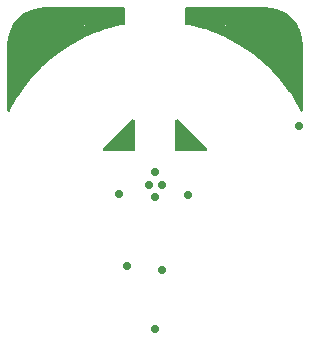
<source format=gbr>
G04 EAGLE Gerber RS-274X export*
G75*
%MOMM*%
%FSLAX34Y34*%
%LPD*%
%INSoldermask Bottom*%
%IPPOS*%
%AMOC8*
5,1,8,0,0,1.08239X$1,22.5*%
G01*
%ADD10C,0.200000*%
%ADD11C,0.500000*%
%ADD12C,0.704800*%
%ADD13C,2.100000*%
%ADD14C,1.375000*%

G36*
X4100Y189809D02*
X4100Y189809D01*
X4128Y189809D01*
X4237Y189839D01*
X4348Y189863D01*
X4373Y189877D01*
X4400Y189884D01*
X4496Y189944D01*
X4596Y189998D01*
X4616Y190018D01*
X4640Y190032D01*
X4716Y190116D01*
X4796Y190196D01*
X4810Y190221D01*
X4829Y190242D01*
X4878Y190344D01*
X4933Y190443D01*
X4939Y190469D01*
X4952Y190495D01*
X4971Y190620D01*
X4998Y190744D01*
X5458Y198940D01*
X6824Y206977D01*
X9080Y214811D01*
X12200Y222343D01*
X16144Y229478D01*
X20861Y236127D01*
X26294Y242206D01*
X32373Y247639D01*
X39022Y252356D01*
X46157Y256300D01*
X53689Y259420D01*
X61523Y261676D01*
X69560Y263042D01*
X77728Y263501D01*
X102000Y263501D01*
X102064Y263510D01*
X102128Y263509D01*
X102203Y263530D01*
X102279Y263541D01*
X102338Y263567D01*
X102400Y263584D01*
X102466Y263625D01*
X102536Y263657D01*
X102585Y263699D01*
X102640Y263732D01*
X102692Y263790D01*
X102750Y263840D01*
X102786Y263894D01*
X102829Y263942D01*
X102862Y264011D01*
X102905Y264076D01*
X102924Y264138D01*
X102952Y264195D01*
X102963Y264265D01*
X102987Y264346D01*
X102988Y264431D01*
X102999Y264500D01*
X102999Y277000D01*
X102990Y277064D01*
X102991Y277128D01*
X102970Y277203D01*
X102959Y277279D01*
X102933Y277338D01*
X102916Y277400D01*
X102875Y277466D01*
X102843Y277536D01*
X102801Y277585D01*
X102768Y277640D01*
X102710Y277692D01*
X102660Y277750D01*
X102606Y277786D01*
X102558Y277829D01*
X102489Y277862D01*
X102424Y277905D01*
X102362Y277924D01*
X102305Y277952D01*
X102235Y277963D01*
X102154Y277987D01*
X102069Y277988D01*
X102000Y277999D01*
X34000Y277999D01*
X33962Y277994D01*
X33929Y277997D01*
X29659Y277691D01*
X29583Y277675D01*
X29518Y277671D01*
X25336Y276761D01*
X25263Y276734D01*
X25199Y276721D01*
X21188Y275225D01*
X21120Y275188D01*
X21059Y275166D01*
X17302Y273115D01*
X17240Y273068D01*
X17182Y273038D01*
X13755Y270472D01*
X13700Y270418D01*
X13648Y270379D01*
X10621Y267352D01*
X10574Y267290D01*
X10528Y267245D01*
X7962Y263818D01*
X7925Y263750D01*
X7885Y263698D01*
X5834Y259941D01*
X5807Y259869D01*
X5775Y259812D01*
X4279Y255801D01*
X4262Y255725D01*
X4239Y255664D01*
X3329Y251482D01*
X3323Y251404D01*
X3309Y251341D01*
X3003Y247071D01*
X3006Y247033D01*
X3001Y247000D01*
X3001Y190800D01*
X3017Y190688D01*
X3026Y190575D01*
X3037Y190549D01*
X3041Y190521D01*
X3087Y190418D01*
X3128Y190312D01*
X3145Y190289D01*
X3157Y190264D01*
X3230Y190178D01*
X3299Y190088D01*
X3322Y190071D01*
X3340Y190050D01*
X3435Y189988D01*
X3526Y189920D01*
X3553Y189911D01*
X3576Y189895D01*
X3684Y189862D01*
X3791Y189823D01*
X3819Y189821D01*
X3846Y189813D01*
X3959Y189811D01*
X4072Y189803D01*
X4100Y189809D01*
G37*
G36*
X252015Y189810D02*
X252015Y189810D01*
X252128Y189809D01*
X252155Y189816D01*
X252183Y189818D01*
X252290Y189854D01*
X252400Y189884D01*
X252424Y189899D01*
X252450Y189908D01*
X252543Y189973D01*
X252640Y190032D01*
X252659Y190053D01*
X252682Y190069D01*
X252753Y190157D01*
X252829Y190242D01*
X252841Y190267D01*
X252859Y190289D01*
X252902Y190394D01*
X252952Y190495D01*
X252956Y190522D01*
X252967Y190549D01*
X252980Y190675D01*
X252999Y190800D01*
X252999Y247000D01*
X252994Y247038D01*
X252997Y247071D01*
X252691Y251341D01*
X252675Y251417D01*
X252671Y251482D01*
X251761Y255664D01*
X251734Y255737D01*
X251721Y255801D01*
X250225Y259812D01*
X250188Y259880D01*
X250166Y259941D01*
X248115Y263698D01*
X248068Y263760D01*
X248038Y263818D01*
X245472Y267245D01*
X245418Y267300D01*
X245379Y267352D01*
X242352Y270379D01*
X242290Y270426D01*
X242245Y270472D01*
X238818Y273038D01*
X238750Y273075D01*
X238698Y273115D01*
X234941Y275166D01*
X234869Y275193D01*
X234812Y275225D01*
X230801Y276721D01*
X230725Y276738D01*
X230664Y276761D01*
X226482Y277671D01*
X226404Y277677D01*
X226341Y277691D01*
X222071Y277997D01*
X222033Y277994D01*
X222000Y277999D01*
X154000Y277999D01*
X153936Y277990D01*
X153872Y277991D01*
X153797Y277970D01*
X153721Y277959D01*
X153662Y277933D01*
X153600Y277916D01*
X153534Y277875D01*
X153464Y277843D01*
X153415Y277801D01*
X153360Y277768D01*
X153308Y277710D01*
X153250Y277660D01*
X153214Y277606D01*
X153171Y277558D01*
X153138Y277489D01*
X153095Y277424D01*
X153076Y277362D01*
X153048Y277305D01*
X153037Y277235D01*
X153013Y277154D01*
X153012Y277069D01*
X153001Y277000D01*
X153001Y264500D01*
X153010Y264436D01*
X153009Y264372D01*
X153030Y264297D01*
X153041Y264221D01*
X153067Y264162D01*
X153084Y264100D01*
X153125Y264034D01*
X153157Y263964D01*
X153199Y263915D01*
X153232Y263860D01*
X153290Y263808D01*
X153340Y263750D01*
X153394Y263714D01*
X153442Y263671D01*
X153511Y263638D01*
X153576Y263595D01*
X153638Y263576D01*
X153695Y263548D01*
X153765Y263537D01*
X153846Y263513D01*
X153931Y263512D01*
X154000Y263501D01*
X178272Y263501D01*
X186440Y263042D01*
X194477Y261676D01*
X202311Y259420D01*
X209843Y256300D01*
X216978Y252356D01*
X223627Y247639D01*
X229706Y242206D01*
X235139Y236127D01*
X239856Y229478D01*
X243800Y222343D01*
X246920Y214811D01*
X249176Y206977D01*
X250542Y198940D01*
X251002Y190744D01*
X251025Y190633D01*
X251041Y190521D01*
X251052Y190495D01*
X251058Y190467D01*
X251110Y190367D01*
X251157Y190264D01*
X251175Y190242D01*
X251188Y190217D01*
X251267Y190136D01*
X251340Y190050D01*
X251364Y190034D01*
X251383Y190014D01*
X251481Y189957D01*
X251576Y189895D01*
X251603Y189887D01*
X251628Y189873D01*
X251738Y189846D01*
X251846Y189813D01*
X251874Y189812D01*
X251901Y189806D01*
X252015Y189810D01*
G37*
G36*
X109100Y156120D02*
X109100Y156120D01*
X109101Y156120D01*
X109618Y156188D01*
X109619Y156189D01*
X109620Y156189D01*
X110102Y156388D01*
X110102Y156389D01*
X110103Y156389D01*
X110517Y156707D01*
X110517Y156708D01*
X110518Y156708D01*
X110836Y157122D01*
X110836Y157123D01*
X110837Y157123D01*
X111036Y157605D01*
X111036Y157606D01*
X111037Y157607D01*
X111105Y158124D01*
X111105Y158125D01*
X111105Y181297D01*
X111019Y181878D01*
X111018Y181879D01*
X110767Y182410D01*
X110767Y182411D01*
X110372Y182846D01*
X110371Y182847D01*
X109868Y183149D01*
X109867Y183148D01*
X109867Y183149D01*
X109297Y183292D01*
X109296Y183291D01*
X109296Y183292D01*
X109240Y183289D01*
X109239Y183289D01*
X109139Y183284D01*
X109138Y183284D01*
X109038Y183279D01*
X109037Y183279D01*
X108937Y183274D01*
X108936Y183274D01*
X108835Y183269D01*
X108734Y183264D01*
X108710Y183263D01*
X108709Y183262D01*
X108708Y183263D01*
X108156Y183065D01*
X108155Y183064D01*
X108154Y183064D01*
X107683Y182715D01*
X107683Y182714D01*
X107682Y182714D01*
X84511Y159543D01*
X84511Y159542D01*
X84510Y159542D01*
X84161Y159071D01*
X84161Y159070D01*
X84160Y159070D01*
X83962Y158517D01*
X83963Y158516D01*
X83962Y158516D01*
X83962Y158515D01*
X83933Y157929D01*
X83934Y157928D01*
X83933Y157928D01*
X84076Y157358D01*
X84077Y157358D01*
X84076Y157357D01*
X84378Y156854D01*
X84379Y156853D01*
X84814Y156458D01*
X84815Y156458D01*
X85346Y156207D01*
X85347Y156207D01*
X85347Y156206D01*
X85928Y156120D01*
X109100Y156120D01*
X109100Y156120D01*
G37*
G36*
X170072Y156120D02*
X170072Y156120D01*
X170653Y156206D01*
X170654Y156207D01*
X171185Y156458D01*
X171186Y156458D01*
X171621Y156853D01*
X171621Y156854D01*
X171622Y156854D01*
X171924Y157357D01*
X171923Y157358D01*
X171924Y157358D01*
X172067Y157928D01*
X172066Y157928D01*
X172066Y157929D01*
X172067Y157929D01*
X172038Y158515D01*
X172037Y158516D01*
X172038Y158517D01*
X171840Y159070D01*
X171839Y159070D01*
X171839Y159071D01*
X171490Y159542D01*
X171489Y159542D01*
X171489Y159543D01*
X148318Y182714D01*
X148317Y182714D01*
X148317Y182715D01*
X147846Y183064D01*
X147845Y183064D01*
X147845Y183065D01*
X147292Y183263D01*
X147291Y183262D01*
X147290Y183263D01*
X147266Y183264D01*
X147165Y183269D01*
X147064Y183274D01*
X147063Y183274D01*
X146963Y183279D01*
X146962Y183279D01*
X146862Y183284D01*
X146861Y183284D01*
X146761Y183289D01*
X146760Y183289D01*
X146704Y183292D01*
X146703Y183291D01*
X146703Y183292D01*
X146133Y183149D01*
X146133Y183148D01*
X146132Y183149D01*
X145629Y182847D01*
X145628Y182846D01*
X145233Y182411D01*
X145233Y182410D01*
X144982Y181879D01*
X144982Y181878D01*
X144981Y181878D01*
X144980Y181869D01*
X144967Y181784D01*
X144958Y181725D01*
X144946Y181640D01*
X144933Y181556D01*
X144921Y181471D01*
X144912Y181412D01*
X144900Y181327D01*
X144899Y181327D01*
X144895Y181297D01*
X144895Y158125D01*
X144895Y158124D01*
X144963Y157607D01*
X144964Y157606D01*
X144964Y157605D01*
X145163Y157123D01*
X145164Y157123D01*
X145164Y157122D01*
X145482Y156708D01*
X145483Y156708D01*
X145483Y156707D01*
X145897Y156389D01*
X145898Y156389D01*
X145898Y156388D01*
X146380Y156189D01*
X146381Y156189D01*
X146382Y156188D01*
X146899Y156120D01*
X146900Y156120D01*
X170072Y156120D01*
X170072Y156120D01*
G37*
D10*
X102000Y264500D02*
X102000Y264536D01*
X102000Y264537D02*
X102004Y264543D01*
X102010Y264547D01*
X102017Y264550D01*
D11*
X90500Y263500D02*
X47000Y257500D01*
X11500Y225500D01*
X6000Y197500D01*
X17000Y226000D01*
X49500Y254500D01*
X78000Y260000D01*
X48500Y249500D01*
X19000Y221500D01*
X12500Y208500D01*
X25500Y226000D01*
X44000Y241500D01*
X61500Y252500D01*
D10*
X102017Y264399D02*
X98742Y263737D01*
X95484Y262997D01*
X92244Y262178D01*
X89025Y261282D01*
X85829Y260308D01*
X82657Y259258D01*
X79511Y258132D01*
X76393Y256930D01*
X73305Y255654D01*
X70248Y254304D01*
X67225Y252881D01*
X64237Y251386D01*
X61285Y249819D01*
X58373Y248182D01*
X55500Y246475D01*
X52669Y244699D01*
X49882Y242856D01*
X47140Y240947D01*
X44445Y238972D01*
X41798Y236933D01*
X39201Y234830D01*
X36655Y232666D01*
X34162Y230441D01*
X31723Y228157D01*
X29340Y225815D01*
X27013Y223417D01*
X24746Y220963D01*
X22537Y218455D01*
X20390Y215895D01*
X18305Y213284D01*
X16283Y210623D01*
X14326Y207915D01*
X12435Y205160D01*
X10610Y202361D01*
X8853Y199519D01*
X7165Y196635D01*
X5547Y193712D01*
X4000Y190750D01*
X154000Y264500D02*
X154000Y277000D01*
X222000Y277000D01*
X222725Y276991D01*
X223449Y276965D01*
X224173Y276921D01*
X224895Y276860D01*
X225616Y276781D01*
X226335Y276685D01*
X227051Y276572D01*
X227764Y276441D01*
X228474Y276293D01*
X229179Y276128D01*
X229881Y275946D01*
X230578Y275747D01*
X231271Y275532D01*
X231957Y275299D01*
X232638Y275050D01*
X233313Y274785D01*
X233981Y274504D01*
X234642Y274206D01*
X235296Y273893D01*
X235942Y273564D01*
X236580Y273219D01*
X237209Y272859D01*
X237829Y272484D01*
X238440Y272094D01*
X239042Y271690D01*
X239634Y271271D01*
X240215Y270837D01*
X240786Y270390D01*
X241345Y269929D01*
X241894Y269455D01*
X242430Y268968D01*
X242955Y268468D01*
X243468Y267955D01*
X243968Y267430D01*
X244455Y266894D01*
X244929Y266345D01*
X245390Y265786D01*
X245837Y265215D01*
X246271Y264634D01*
X246690Y264042D01*
X247094Y263440D01*
X247484Y262829D01*
X247859Y262209D01*
X248219Y261580D01*
X248564Y260942D01*
X248893Y260296D01*
X249206Y259642D01*
X249504Y258981D01*
X249785Y258313D01*
X250050Y257638D01*
X250299Y256957D01*
X250532Y256271D01*
X250747Y255578D01*
X250946Y254881D01*
X251128Y254179D01*
X251293Y253474D01*
X251441Y252764D01*
X251572Y252051D01*
X251685Y251335D01*
X251781Y250616D01*
X251860Y249895D01*
X251921Y249173D01*
X251965Y248449D01*
X251991Y247725D01*
X252000Y247000D01*
X252000Y190800D01*
X250454Y193764D01*
X248837Y196690D01*
X247151Y199576D01*
X245395Y202421D01*
X243571Y205223D01*
X241681Y207980D01*
X239724Y210691D01*
X237703Y213354D01*
X235619Y215968D01*
X233472Y218530D01*
X231265Y221041D01*
X228997Y223498D01*
X226671Y225899D01*
X224289Y228244D01*
X221850Y230530D01*
X219357Y232758D01*
X216811Y234925D01*
X214214Y237030D01*
X211567Y239072D01*
X208872Y241049D01*
X206130Y242962D01*
X203342Y244807D01*
X200512Y246586D01*
X197639Y248295D01*
X194726Y249935D01*
X191774Y251505D01*
X188785Y253003D01*
X185762Y254429D01*
X182704Y255781D01*
X179616Y257060D01*
X176497Y258264D01*
X173350Y259393D01*
X170177Y260446D01*
X166980Y261422D01*
X163760Y262321D01*
X160519Y263142D01*
X157260Y263885D01*
X153983Y264549D01*
D11*
X165500Y263500D02*
X209000Y257500D01*
X244500Y225500D01*
X250000Y197500D01*
X239000Y226000D01*
X206500Y254500D01*
X178000Y260000D01*
X207500Y249500D01*
X237000Y221500D01*
X243500Y208500D01*
X230500Y226000D01*
X212000Y241500D01*
X194500Y252500D01*
D12*
X128000Y6050D03*
X133700Y55700D03*
X249500Y178000D03*
X104550Y58950D03*
X156000Y119000D03*
D13*
X229600Y256000D03*
D14*
X153400Y164500D03*
D12*
X97500Y120425D03*
D13*
X26400Y256000D03*
D14*
X102600Y164500D03*
D12*
X128000Y138500D03*
X128000Y117500D03*
X133500Y128000D03*
X122500Y128000D03*
M02*

</source>
